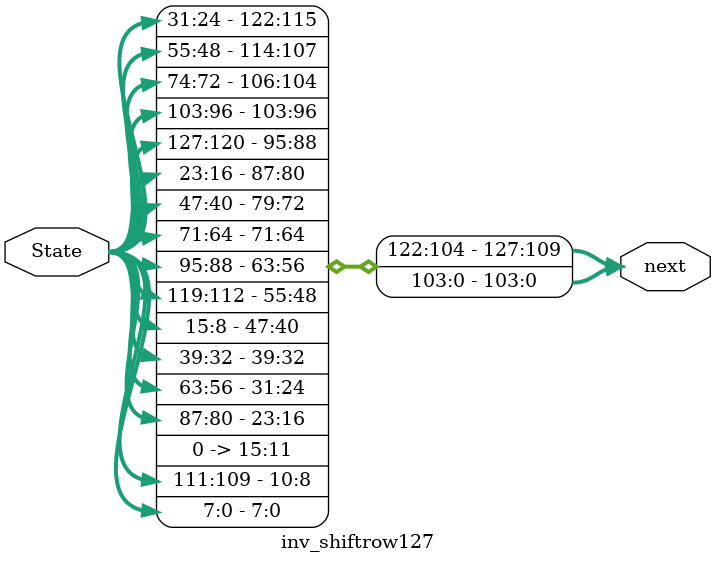
<source format=v>
module inv_shiftrow127(
    input wire [127:0] State,
    output reg [127:0] next 
);


always@(*)begin
///////////////////////////first row
next[7:0]<=State[7:0];
next[39:32]<=State[39:32];
next[71:64]<=State[71:64];
next[103:96]<=State[103:96];
////////////////////////////second row
next[15:8]<=State[111:109];
next[47:40]<=State[15:8];
next[79:72]<=State[47:40];
next[111:109]<=State[79:72];
////////////////////////////third row
next[23:16]<=State[87:80];
next[55:48]<=State[119:112];
next[87:80]<=State[23:16];
next[119:112]<=State[55:48];
/////////////////////////fourth row
next[31:24]<=State[63:56];
next[63:56]<=State[95:88];
next[95:88]<=State[127:120];
next[127:120]<=State[31:24];
	


end
endmodule
</source>
